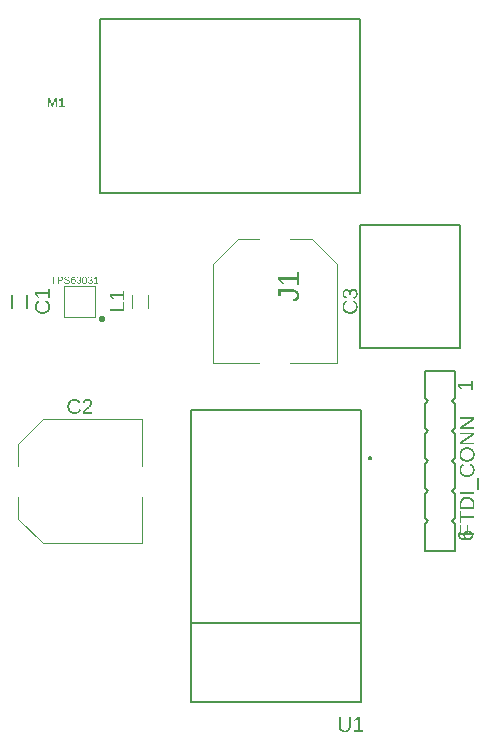
<source format=gbr>
G04 EAGLE Gerber RS-274X export*
G75*
%MOMM*%
%FSLAX34Y34*%
%LPD*%
%INSilkscreen Top*%
%IPPOS*%
%AMOC8*
5,1,8,0,0,1.08239X$1,22.5*%
G01*
G04 Define Apertures*
%ADD10C,0.120000*%
%ADD11C,0.080000*%
%ADD12C,0.565681*%
%ADD13C,0.127000*%
%ADD14C,0.152400*%
%ADD15C,0.200000*%
G36*
X126564Y229960D02*
X125224Y229960D01*
X125224Y233104D01*
X115730Y233104D01*
X117718Y230319D01*
X116229Y230319D01*
X114223Y233235D01*
X114223Y234689D01*
X125224Y234689D01*
X125224Y237693D01*
X126564Y237693D01*
X126564Y229960D01*
G37*
G36*
X126564Y220096D02*
X114223Y220096D01*
X114223Y221769D01*
X125198Y221769D01*
X125198Y228005D01*
X126564Y228005D01*
X126564Y220096D01*
G37*
G36*
X92899Y243440D02*
X92651Y243452D01*
X92419Y243489D01*
X92203Y243550D01*
X92003Y243635D01*
X91819Y243745D01*
X91650Y243878D01*
X91498Y244037D01*
X91362Y244219D01*
X91241Y244425D01*
X91137Y244654D01*
X91048Y244904D01*
X90976Y245177D01*
X90920Y245473D01*
X90880Y245791D01*
X90856Y246131D01*
X90848Y246493D01*
X90856Y246864D01*
X90879Y247210D01*
X90918Y247532D01*
X90973Y247831D01*
X91043Y248105D01*
X91129Y248355D01*
X91230Y248582D01*
X91347Y248785D01*
X91481Y248963D01*
X91633Y249118D01*
X91803Y249249D01*
X91991Y249356D01*
X92197Y249440D01*
X92421Y249499D01*
X92664Y249535D01*
X92924Y249547D01*
X93178Y249535D01*
X93414Y249499D01*
X93633Y249438D01*
X93835Y249354D01*
X94020Y249246D01*
X94188Y249113D01*
X94338Y248957D01*
X94472Y248776D01*
X94589Y248572D01*
X94690Y248344D01*
X94776Y248094D01*
X94846Y247820D01*
X94901Y247523D01*
X94940Y247203D01*
X94963Y246860D01*
X94971Y246493D01*
X94963Y246133D01*
X94938Y245794D01*
X94897Y245477D01*
X94840Y245183D01*
X94766Y244910D01*
X94676Y244659D01*
X94569Y244430D01*
X94446Y244224D01*
X94308Y244040D01*
X94153Y243881D01*
X93983Y243746D01*
X93797Y243636D01*
X93596Y243550D01*
X93379Y243489D01*
X93147Y243452D01*
X92899Y243440D01*
G37*
%LPC*%
G36*
X92907Y244059D02*
X93069Y244069D01*
X93220Y244097D01*
X93359Y244143D01*
X93487Y244209D01*
X93604Y244293D01*
X93710Y244396D01*
X93805Y244517D01*
X93888Y244657D01*
X93961Y244817D01*
X94025Y244996D01*
X94122Y245415D01*
X94181Y245914D01*
X94200Y246493D01*
X94182Y247092D01*
X94126Y247601D01*
X94033Y248022D01*
X93973Y248200D01*
X93903Y248355D01*
X93823Y248490D01*
X93731Y248607D01*
X93626Y248707D01*
X93510Y248788D01*
X93382Y248851D01*
X93241Y248896D01*
X93089Y248923D01*
X92924Y248932D01*
X92755Y248923D01*
X92599Y248896D01*
X92455Y248852D01*
X92323Y248790D01*
X92204Y248710D01*
X92097Y248612D01*
X92002Y248497D01*
X91920Y248363D01*
X91848Y248210D01*
X91786Y248033D01*
X91734Y247834D01*
X91691Y247612D01*
X91633Y247098D01*
X91614Y246493D01*
X91634Y245904D01*
X91692Y245400D01*
X91735Y245179D01*
X91788Y244980D01*
X91851Y244802D01*
X91924Y244645D01*
X92007Y244507D01*
X92101Y244389D01*
X92207Y244288D01*
X92324Y244206D01*
X92453Y244142D01*
X92593Y244096D01*
X92744Y244068D01*
X92907Y244059D01*
G37*
%LPD*%
G36*
X70929Y243524D02*
X70125Y243524D01*
X70125Y249458D01*
X72622Y249458D01*
X72865Y249451D01*
X73093Y249429D01*
X73307Y249393D01*
X73507Y249341D01*
X73694Y249276D01*
X73866Y249195D01*
X74024Y249100D01*
X74168Y248991D01*
X74296Y248868D01*
X74407Y248733D01*
X74501Y248586D01*
X74578Y248428D01*
X74638Y248257D01*
X74681Y248074D01*
X74707Y247879D01*
X74715Y247673D01*
X74707Y247468D01*
X74681Y247273D01*
X74638Y247090D01*
X74578Y246917D01*
X74500Y246755D01*
X74406Y246604D01*
X74294Y246463D01*
X74166Y246333D01*
X74022Y246217D01*
X73866Y246116D01*
X73698Y246031D01*
X73517Y245961D01*
X73325Y245906D01*
X73120Y245868D01*
X72902Y245844D01*
X72673Y245837D01*
X70929Y245837D01*
X70929Y243524D01*
G37*
%LPC*%
G36*
X72559Y246472D02*
X72875Y246491D01*
X73148Y246547D01*
X73380Y246640D01*
X73570Y246770D01*
X73717Y246938D01*
X73822Y247143D01*
X73885Y247385D01*
X73907Y247664D01*
X73885Y247934D01*
X73820Y248167D01*
X73712Y248365D01*
X73561Y248527D01*
X73367Y248652D01*
X73129Y248742D01*
X72849Y248796D01*
X72525Y248814D01*
X70929Y248814D01*
X70929Y246472D01*
X72559Y246472D01*
G37*
%LPD*%
G36*
X83419Y243440D02*
X83176Y243452D01*
X82947Y243487D01*
X82733Y243545D01*
X82534Y243627D01*
X82350Y243731D01*
X82181Y243860D01*
X82026Y244011D01*
X81886Y244186D01*
X81761Y244383D01*
X81654Y244601D01*
X81562Y244840D01*
X81488Y245101D01*
X81430Y245382D01*
X81388Y245685D01*
X81363Y246009D01*
X81355Y246355D01*
X81364Y246729D01*
X81390Y247080D01*
X81433Y247410D01*
X81493Y247717D01*
X81571Y248002D01*
X81665Y248264D01*
X81778Y248504D01*
X81907Y248721D01*
X82052Y248915D01*
X82212Y249082D01*
X82386Y249224D01*
X82575Y249340D01*
X82779Y249431D01*
X82997Y249495D01*
X83230Y249534D01*
X83478Y249547D01*
X83798Y249528D01*
X84087Y249471D01*
X84345Y249377D01*
X84573Y249245D01*
X84769Y249075D01*
X84934Y248867D01*
X85068Y248621D01*
X85171Y248338D01*
X84446Y248208D01*
X84382Y248377D01*
X84302Y248524D01*
X84204Y248649D01*
X84090Y248751D01*
X83960Y248830D01*
X83813Y248887D01*
X83649Y248921D01*
X83469Y248932D01*
X83312Y248922D01*
X83163Y248894D01*
X83024Y248847D01*
X82894Y248781D01*
X82773Y248696D01*
X82661Y248592D01*
X82558Y248469D01*
X82465Y248328D01*
X82381Y248168D01*
X82309Y247992D01*
X82248Y247798D01*
X82198Y247588D01*
X82159Y247361D01*
X82131Y247117D01*
X82109Y246578D01*
X82223Y246758D01*
X82357Y246915D01*
X82513Y247050D01*
X82690Y247161D01*
X82884Y247249D01*
X83092Y247311D01*
X83314Y247349D01*
X83549Y247361D01*
X83749Y247353D01*
X83939Y247329D01*
X84118Y247289D01*
X84286Y247233D01*
X84443Y247160D01*
X84590Y247072D01*
X84727Y246968D01*
X84853Y246847D01*
X84966Y246713D01*
X85064Y246568D01*
X85147Y246412D01*
X85214Y246245D01*
X85267Y246067D01*
X85305Y245878D01*
X85327Y245677D01*
X85335Y245466D01*
X85327Y245237D01*
X85303Y245021D01*
X85263Y244817D01*
X85208Y244626D01*
X85136Y244447D01*
X85048Y244280D01*
X84945Y244125D01*
X84825Y243983D01*
X84692Y243856D01*
X84546Y243746D01*
X84389Y243652D01*
X84219Y243576D01*
X84037Y243517D01*
X83843Y243474D01*
X83637Y243449D01*
X83419Y243440D01*
G37*
%LPC*%
G36*
X83393Y244051D02*
X83652Y244074D01*
X83882Y244143D01*
X84082Y244258D01*
X84253Y244419D01*
X84389Y244621D01*
X84486Y244857D01*
X84545Y245127D01*
X84564Y245432D01*
X84544Y245736D01*
X84485Y246003D01*
X84387Y246233D01*
X84248Y246426D01*
X84075Y246579D01*
X83870Y246688D01*
X83635Y246754D01*
X83368Y246776D01*
X83116Y246756D01*
X82889Y246698D01*
X82687Y246602D01*
X82511Y246466D01*
X82368Y246297D01*
X82266Y246098D01*
X82205Y245870D01*
X82185Y245613D01*
X82206Y245286D01*
X82270Y244989D01*
X82375Y244723D01*
X82524Y244489D01*
X82705Y244297D01*
X82911Y244160D01*
X83140Y244078D01*
X83264Y244058D01*
X83393Y244051D01*
G37*
%LPD*%
G36*
X78073Y243440D02*
X77809Y243446D01*
X77559Y243464D01*
X77324Y243493D01*
X77103Y243534D01*
X76896Y243587D01*
X76703Y243652D01*
X76524Y243729D01*
X76360Y243817D01*
X76210Y243917D01*
X76074Y244029D01*
X75953Y244153D01*
X75845Y244288D01*
X75752Y244436D01*
X75674Y244595D01*
X75609Y244765D01*
X75559Y244948D01*
X76338Y245104D01*
X76424Y244854D01*
X76548Y244640D01*
X76711Y244461D01*
X76911Y244318D01*
X77149Y244209D01*
X77428Y244130D01*
X77745Y244083D01*
X78102Y244068D01*
X78470Y244084D01*
X78793Y244135D01*
X79071Y244218D01*
X79305Y244335D01*
X79490Y244485D01*
X79622Y244665D01*
X79669Y244767D01*
X79702Y244877D01*
X79721Y244995D01*
X79728Y245121D01*
X79720Y245259D01*
X79695Y245384D01*
X79653Y245495D01*
X79595Y245592D01*
X79436Y245758D01*
X79223Y245891D01*
X78960Y246000D01*
X78650Y246089D01*
X77913Y246262D01*
X77294Y246418D01*
X76845Y246574D01*
X76520Y246738D01*
X76271Y246921D01*
X76085Y247129D01*
X75948Y247369D01*
X75900Y247503D01*
X75865Y247645D01*
X75844Y247797D01*
X75837Y247959D01*
X75846Y248144D01*
X75873Y248318D01*
X75919Y248482D01*
X75983Y248634D01*
X76065Y248775D01*
X76165Y248906D01*
X76283Y249025D01*
X76420Y249134D01*
X76574Y249231D01*
X76743Y249315D01*
X76928Y249386D01*
X77129Y249444D01*
X77346Y249489D01*
X77578Y249521D01*
X77826Y249540D01*
X78090Y249547D01*
X78565Y249527D01*
X78982Y249469D01*
X79338Y249373D01*
X79635Y249237D01*
X79764Y249153D01*
X79883Y249055D01*
X80090Y248819D01*
X80258Y248528D01*
X80385Y248182D01*
X79593Y248043D01*
X79513Y248263D01*
X79404Y248450D01*
X79265Y248605D01*
X79096Y248728D01*
X78896Y248821D01*
X78659Y248887D01*
X78388Y248927D01*
X78081Y248940D01*
X77747Y248926D01*
X77454Y248881D01*
X77203Y248808D01*
X76995Y248704D01*
X76831Y248572D01*
X76714Y248411D01*
X76643Y248220D01*
X76620Y248001D01*
X76629Y247870D01*
X76656Y247751D01*
X76702Y247644D01*
X76765Y247548D01*
X76943Y247383D01*
X77184Y247245D01*
X77355Y247180D01*
X77594Y247107D01*
X78275Y246940D01*
X78821Y246811D01*
X79086Y246740D01*
X79341Y246656D01*
X79581Y246557D01*
X79806Y246443D01*
X80009Y246307D01*
X80183Y246144D01*
X80326Y245951D01*
X80434Y245727D01*
X80501Y245466D01*
X80524Y245163D01*
X80514Y244963D01*
X80484Y244775D01*
X80434Y244599D01*
X80363Y244434D01*
X80273Y244281D01*
X80163Y244139D01*
X80032Y244009D01*
X79882Y243891D01*
X79713Y243785D01*
X79528Y243694D01*
X79326Y243616D01*
X79108Y243553D01*
X78874Y243504D01*
X78624Y243468D01*
X78356Y243447D01*
X78073Y243440D01*
G37*
G36*
X88134Y243440D02*
X87915Y243447D01*
X87706Y243466D01*
X87510Y243497D01*
X87324Y243542D01*
X87150Y243599D01*
X86987Y243669D01*
X86836Y243751D01*
X86696Y243847D01*
X86569Y243954D01*
X86455Y244074D01*
X86355Y244206D01*
X86268Y244350D01*
X86195Y244507D01*
X86136Y244675D01*
X86090Y244856D01*
X86058Y245049D01*
X86841Y245121D01*
X86895Y244874D01*
X86979Y244660D01*
X87094Y244479D01*
X87240Y244331D01*
X87418Y244216D01*
X87626Y244134D01*
X87864Y244084D01*
X88134Y244068D01*
X88405Y244085D01*
X88646Y244138D01*
X88855Y244226D01*
X89033Y244350D01*
X89176Y244508D01*
X89278Y244700D01*
X89339Y244927D01*
X89360Y245188D01*
X89337Y245417D01*
X89267Y245619D01*
X89150Y245795D01*
X88987Y245944D01*
X88780Y246063D01*
X88532Y246148D01*
X88242Y246199D01*
X87911Y246216D01*
X87482Y246216D01*
X87482Y246873D01*
X87894Y246873D01*
X88188Y246889D01*
X88448Y246940D01*
X88672Y247025D01*
X88861Y247144D01*
X89011Y247293D01*
X89118Y247468D01*
X89183Y247669D01*
X89204Y247896D01*
X89187Y248121D01*
X89134Y248322D01*
X89047Y248497D01*
X88924Y248648D01*
X88767Y248768D01*
X88576Y248855D01*
X88351Y248906D01*
X88092Y248923D01*
X87854Y248907D01*
X87639Y248859D01*
X87448Y248779D01*
X87282Y248667D01*
X87143Y248525D01*
X87037Y248357D01*
X86963Y248163D01*
X86921Y247942D01*
X86159Y248001D01*
X86187Y248178D01*
X86229Y248345D01*
X86284Y248503D01*
X86352Y248650D01*
X86435Y248787D01*
X86531Y248914D01*
X86640Y249031D01*
X86764Y249138D01*
X87042Y249317D01*
X87195Y249387D01*
X87358Y249445D01*
X87530Y249489D01*
X87711Y249521D01*
X87901Y249540D01*
X88101Y249547D01*
X88318Y249540D01*
X88522Y249521D01*
X88714Y249488D01*
X88894Y249443D01*
X89061Y249385D01*
X89216Y249313D01*
X89358Y249229D01*
X89488Y249132D01*
X89604Y249023D01*
X89705Y248904D01*
X89790Y248775D01*
X89859Y248636D01*
X89914Y248486D01*
X89952Y248326D01*
X89975Y248156D01*
X89983Y247976D01*
X89963Y247705D01*
X89904Y247461D01*
X89804Y247243D01*
X89665Y247052D01*
X89488Y246888D01*
X89275Y246753D01*
X89026Y246647D01*
X88741Y246569D01*
X88741Y246552D01*
X89055Y246498D01*
X89332Y246405D01*
X89573Y246274D01*
X89777Y246106D01*
X89939Y245907D01*
X90055Y245683D01*
X90124Y245435D01*
X90147Y245163D01*
X90139Y244963D01*
X90115Y244775D01*
X90074Y244599D01*
X90017Y244434D01*
X89943Y244281D01*
X89854Y244139D01*
X89748Y244009D01*
X89625Y243891D01*
X89488Y243785D01*
X89336Y243694D01*
X89171Y243616D01*
X88991Y243553D01*
X88798Y243504D01*
X88591Y243468D01*
X88370Y243447D01*
X88134Y243440D01*
G37*
G36*
X97728Y243440D02*
X97508Y243447D01*
X97300Y243466D01*
X97103Y243497D01*
X96918Y243542D01*
X96744Y243599D01*
X96581Y243669D01*
X96430Y243751D01*
X96290Y243847D01*
X96162Y243954D01*
X96049Y244074D01*
X95948Y244206D01*
X95862Y244350D01*
X95789Y244507D01*
X95730Y244675D01*
X95684Y244856D01*
X95652Y245049D01*
X96435Y245121D01*
X96489Y244874D01*
X96573Y244660D01*
X96688Y244479D01*
X96834Y244331D01*
X97011Y244216D01*
X97219Y244134D01*
X97458Y244084D01*
X97728Y244068D01*
X97999Y244085D01*
X98239Y244138D01*
X98449Y244226D01*
X98627Y244350D01*
X98770Y244508D01*
X98872Y244700D01*
X98933Y244927D01*
X98954Y245188D01*
X98930Y245417D01*
X98860Y245619D01*
X98744Y245795D01*
X98581Y245944D01*
X98374Y246063D01*
X98126Y246148D01*
X97836Y246199D01*
X97505Y246216D01*
X97075Y246216D01*
X97075Y246873D01*
X97488Y246873D01*
X97782Y246889D01*
X98041Y246940D01*
X98265Y247025D01*
X98455Y247144D01*
X98605Y247293D01*
X98712Y247468D01*
X98776Y247669D01*
X98798Y247896D01*
X98780Y248121D01*
X98728Y248322D01*
X98640Y248497D01*
X98518Y248648D01*
X98361Y248768D01*
X98170Y248855D01*
X97945Y248906D01*
X97686Y248923D01*
X97447Y248907D01*
X97233Y248859D01*
X97042Y248779D01*
X96875Y248667D01*
X96737Y248525D01*
X96630Y248357D01*
X96557Y248163D01*
X96515Y247942D01*
X95753Y248001D01*
X95781Y248178D01*
X95822Y248345D01*
X95877Y248503D01*
X95946Y248650D01*
X96028Y248787D01*
X96124Y248914D01*
X96234Y249031D01*
X96357Y249138D01*
X96636Y249317D01*
X96789Y249387D01*
X96952Y249445D01*
X97123Y249489D01*
X97304Y249521D01*
X97495Y249540D01*
X97694Y249547D01*
X97911Y249540D01*
X98116Y249521D01*
X98308Y249488D01*
X98488Y249443D01*
X98655Y249385D01*
X98810Y249313D01*
X98952Y249229D01*
X99082Y249132D01*
X99198Y249023D01*
X99299Y248904D01*
X99384Y248775D01*
X99453Y248636D01*
X99507Y248486D01*
X99546Y248326D01*
X99569Y248156D01*
X99577Y247976D01*
X99557Y247705D01*
X99497Y247461D01*
X99398Y247243D01*
X99259Y247052D01*
X99082Y246888D01*
X98869Y246753D01*
X98620Y246647D01*
X98335Y246569D01*
X98335Y246552D01*
X98649Y246498D01*
X98926Y246405D01*
X99167Y246274D01*
X99371Y246106D01*
X99533Y245907D01*
X99649Y245683D01*
X99718Y245435D01*
X99741Y245163D01*
X99733Y244963D01*
X99709Y244775D01*
X99668Y244599D01*
X99611Y244434D01*
X99537Y244281D01*
X99447Y244139D01*
X99341Y244009D01*
X99219Y243891D01*
X99081Y243785D01*
X98930Y243694D01*
X98765Y243616D01*
X98585Y243553D01*
X98392Y243504D01*
X98185Y243468D01*
X97963Y243447D01*
X97728Y243440D01*
G37*
G36*
X67199Y243524D02*
X66399Y243524D01*
X66399Y248801D01*
X64361Y248801D01*
X64361Y249458D01*
X69238Y249458D01*
X69238Y248801D01*
X67199Y248801D01*
X67199Y243524D01*
G37*
G36*
X104480Y243524D02*
X100762Y243524D01*
X100762Y244169D01*
X102274Y244169D01*
X102274Y248734D01*
X100934Y247778D01*
X100934Y248494D01*
X102337Y249458D01*
X103036Y249458D01*
X103036Y244169D01*
X104480Y244169D01*
X104480Y243524D01*
G37*
G36*
X57273Y218046D02*
X56909Y218053D01*
X56555Y218071D01*
X56211Y218102D01*
X55877Y218146D01*
X55553Y218202D01*
X55239Y218270D01*
X54935Y218351D01*
X54641Y218445D01*
X54357Y218551D01*
X54083Y218669D01*
X53565Y218943D01*
X53086Y219267D01*
X52648Y219640D01*
X52256Y220058D01*
X51916Y220514D01*
X51766Y220756D01*
X51629Y221008D01*
X51505Y221270D01*
X51394Y221541D01*
X51296Y221822D01*
X51211Y222112D01*
X51139Y222412D01*
X51080Y222721D01*
X51034Y223040D01*
X51001Y223369D01*
X50982Y223707D01*
X50975Y224055D01*
X50987Y224537D01*
X51023Y224999D01*
X51084Y225442D01*
X51168Y225863D01*
X51276Y226265D01*
X51409Y226646D01*
X51565Y227007D01*
X51746Y227348D01*
X51950Y227668D01*
X52178Y227965D01*
X52429Y228241D01*
X52703Y228495D01*
X53000Y228727D01*
X53321Y228938D01*
X53665Y229126D01*
X54032Y229292D01*
X54558Y227707D01*
X54296Y227592D01*
X54051Y227460D01*
X53821Y227312D01*
X53607Y227148D01*
X53409Y226967D01*
X53227Y226770D01*
X53061Y226557D01*
X52911Y226327D01*
X52778Y226084D01*
X52662Y225830D01*
X52564Y225565D01*
X52484Y225289D01*
X52422Y225001D01*
X52377Y224703D01*
X52351Y224393D01*
X52342Y224072D01*
X52362Y223574D01*
X52424Y223104D01*
X52527Y222663D01*
X52671Y222250D01*
X52857Y221866D01*
X53083Y221510D01*
X53351Y221183D01*
X53660Y220884D01*
X54005Y220617D01*
X54380Y220386D01*
X54786Y220190D01*
X55222Y220030D01*
X55689Y219906D01*
X56186Y219817D01*
X56714Y219763D01*
X57273Y219745D01*
X57826Y219764D01*
X58351Y219820D01*
X58849Y219912D01*
X59319Y220042D01*
X59761Y220209D01*
X60175Y220413D01*
X60562Y220654D01*
X60921Y220932D01*
X61244Y221242D01*
X61524Y221578D01*
X61761Y221940D01*
X61955Y222328D01*
X62106Y222742D01*
X62214Y223183D01*
X62279Y223650D01*
X62300Y224142D01*
X62290Y224461D01*
X62260Y224770D01*
X62210Y225069D01*
X62140Y225358D01*
X62049Y225637D01*
X61939Y225906D01*
X61809Y226164D01*
X61659Y226413D01*
X61488Y226651D01*
X61298Y226880D01*
X61087Y227098D01*
X60857Y227307D01*
X60606Y227505D01*
X60335Y227693D01*
X60045Y227872D01*
X59734Y228040D01*
X60417Y229406D01*
X60804Y229206D01*
X61166Y228987D01*
X61505Y228748D01*
X61821Y228490D01*
X62112Y228212D01*
X62379Y227916D01*
X62623Y227600D01*
X62843Y227265D01*
X63038Y226913D01*
X63207Y226547D01*
X63350Y226168D01*
X63467Y225775D01*
X63558Y225368D01*
X63623Y224947D01*
X63662Y224512D01*
X63675Y224063D01*
X63663Y223605D01*
X63627Y223162D01*
X63566Y222735D01*
X63481Y222324D01*
X63372Y221928D01*
X63239Y221548D01*
X63082Y221184D01*
X62900Y220836D01*
X62696Y220506D01*
X62471Y220195D01*
X62225Y219906D01*
X61959Y219636D01*
X61671Y219387D01*
X61363Y219158D01*
X61034Y218949D01*
X60684Y218760D01*
X60316Y218593D01*
X59931Y218448D01*
X59529Y218325D01*
X59111Y218225D01*
X58676Y218147D01*
X58225Y218091D01*
X57757Y218057D01*
X57273Y218046D01*
G37*
G36*
X63500Y231439D02*
X62160Y231439D01*
X62160Y234584D01*
X52666Y234584D01*
X54654Y231798D01*
X53165Y231798D01*
X51159Y234715D01*
X51159Y236169D01*
X62160Y236169D01*
X62160Y239173D01*
X63500Y239173D01*
X63500Y231439D01*
G37*
G36*
X84363Y133175D02*
X83905Y133187D01*
X83462Y133223D01*
X83035Y133284D01*
X82624Y133369D01*
X82228Y133478D01*
X81848Y133611D01*
X81484Y133768D01*
X81136Y133950D01*
X80806Y134154D01*
X80495Y134379D01*
X80206Y134625D01*
X79936Y134892D01*
X79687Y135179D01*
X79458Y135487D01*
X79249Y135816D01*
X79060Y136166D01*
X78893Y136534D01*
X78748Y136919D01*
X78625Y137321D01*
X78525Y137739D01*
X78447Y138174D01*
X78391Y138625D01*
X78357Y139093D01*
X78346Y139577D01*
X78353Y139941D01*
X78371Y140295D01*
X78402Y140639D01*
X78446Y140973D01*
X78502Y141297D01*
X78570Y141611D01*
X78651Y141915D01*
X78745Y142209D01*
X78851Y142493D01*
X78969Y142767D01*
X79243Y143285D01*
X79567Y143764D01*
X79940Y144202D01*
X80358Y144594D01*
X80814Y144934D01*
X81056Y145084D01*
X81308Y145221D01*
X81570Y145345D01*
X81841Y145456D01*
X82122Y145555D01*
X82412Y145639D01*
X82712Y145711D01*
X83021Y145770D01*
X83340Y145816D01*
X83669Y145849D01*
X84007Y145868D01*
X84355Y145875D01*
X84837Y145863D01*
X85299Y145827D01*
X85742Y145766D01*
X86163Y145682D01*
X86565Y145574D01*
X86946Y145441D01*
X87307Y145285D01*
X87648Y145104D01*
X87968Y144900D01*
X88265Y144672D01*
X88541Y144421D01*
X88795Y144147D01*
X89027Y143850D01*
X89238Y143529D01*
X89426Y143185D01*
X89592Y142818D01*
X88007Y142292D01*
X87892Y142554D01*
X87760Y142799D01*
X87612Y143029D01*
X87448Y143243D01*
X87267Y143441D01*
X87070Y143623D01*
X86857Y143789D01*
X86627Y143939D01*
X86384Y144073D01*
X86130Y144188D01*
X85865Y144286D01*
X85589Y144366D01*
X85301Y144428D01*
X85003Y144473D01*
X84693Y144499D01*
X84372Y144508D01*
X83874Y144488D01*
X83404Y144426D01*
X82963Y144323D01*
X82550Y144179D01*
X82166Y143993D01*
X81810Y143767D01*
X81483Y143499D01*
X81184Y143190D01*
X80917Y142845D01*
X80686Y142470D01*
X80490Y142064D01*
X80330Y141628D01*
X80206Y141161D01*
X80117Y140664D01*
X80063Y140136D01*
X80045Y139577D01*
X80064Y139024D01*
X80120Y138499D01*
X80212Y138001D01*
X80342Y137531D01*
X80509Y137089D01*
X80713Y136675D01*
X80954Y136288D01*
X81232Y135929D01*
X81542Y135606D01*
X81878Y135326D01*
X82240Y135089D01*
X82628Y134895D01*
X83042Y134744D01*
X83483Y134636D01*
X83950Y134571D01*
X84442Y134550D01*
X84761Y134560D01*
X85070Y134590D01*
X85369Y134640D01*
X85658Y134710D01*
X85937Y134801D01*
X86206Y134911D01*
X86464Y135041D01*
X86713Y135191D01*
X86951Y135362D01*
X87180Y135552D01*
X87398Y135763D01*
X87607Y135993D01*
X87805Y136244D01*
X87993Y136515D01*
X88172Y136805D01*
X88340Y137116D01*
X89706Y136433D01*
X89506Y136046D01*
X89287Y135684D01*
X89048Y135345D01*
X88790Y135029D01*
X88512Y134738D01*
X88216Y134471D01*
X87900Y134227D01*
X87565Y134007D01*
X87213Y133812D01*
X86847Y133643D01*
X86468Y133500D01*
X86075Y133383D01*
X85668Y133292D01*
X85247Y133227D01*
X84812Y133188D01*
X84363Y133175D01*
G37*
G36*
X99447Y133350D02*
X91275Y133350D01*
X91275Y134462D01*
X91511Y134960D01*
X91771Y135427D01*
X92056Y135864D01*
X92365Y136271D01*
X92691Y136654D01*
X93026Y137018D01*
X93368Y137363D01*
X93719Y137690D01*
X94425Y138302D01*
X95124Y138868D01*
X95787Y139411D01*
X96381Y139954D01*
X96648Y140229D01*
X96888Y140510D01*
X97101Y140798D01*
X97288Y141093D01*
X97439Y141400D01*
X97547Y141728D01*
X97612Y142075D01*
X97634Y142441D01*
X97624Y142688D01*
X97597Y142921D01*
X97550Y143139D01*
X97485Y143343D01*
X97401Y143533D01*
X97299Y143709D01*
X97178Y143871D01*
X97038Y144018D01*
X96882Y144149D01*
X96711Y144263D01*
X96526Y144359D01*
X96327Y144438D01*
X96112Y144500D01*
X95884Y144543D01*
X95640Y144570D01*
X95383Y144578D01*
X95137Y144570D01*
X94901Y144544D01*
X94677Y144501D01*
X94464Y144442D01*
X94262Y144365D01*
X94071Y144271D01*
X93892Y144159D01*
X93723Y144031D01*
X93568Y143887D01*
X93430Y143730D01*
X93309Y143558D01*
X93205Y143373D01*
X93118Y143174D01*
X93047Y142961D01*
X92994Y142734D01*
X92957Y142494D01*
X91345Y142643D01*
X91403Y143003D01*
X91489Y143345D01*
X91604Y143668D01*
X91747Y143972D01*
X91918Y144257D01*
X92118Y144523D01*
X92346Y144770D01*
X92602Y144999D01*
X92882Y145204D01*
X93181Y145382D01*
X93500Y145533D01*
X93838Y145656D01*
X94195Y145752D01*
X94572Y145820D01*
X94968Y145861D01*
X95383Y145875D01*
X95836Y145861D01*
X96262Y145820D01*
X96661Y145751D01*
X97033Y145655D01*
X97378Y145531D01*
X97696Y145380D01*
X97987Y145201D01*
X98251Y144994D01*
X98486Y144763D01*
X98690Y144508D01*
X98862Y144230D01*
X99003Y143929D01*
X99113Y143605D01*
X99191Y143258D01*
X99238Y142887D01*
X99254Y142494D01*
X99234Y142135D01*
X99172Y141778D01*
X99069Y141422D01*
X98926Y141066D01*
X98741Y140712D01*
X98517Y140357D01*
X98253Y140002D01*
X97949Y139647D01*
X97551Y139244D01*
X97005Y138743D01*
X96312Y138145D01*
X95470Y137449D01*
X94992Y137047D01*
X94566Y136666D01*
X94191Y136305D01*
X93868Y135964D01*
X93591Y135637D01*
X93355Y135315D01*
X93161Y135000D01*
X93009Y134690D01*
X99447Y134690D01*
X99447Y133350D01*
G37*
G36*
X274280Y242509D02*
X272403Y242509D01*
X272403Y246913D01*
X259104Y246913D01*
X261889Y243011D01*
X259804Y243011D01*
X256994Y247097D01*
X256994Y249133D01*
X272403Y249133D01*
X272403Y253341D01*
X274280Y253341D01*
X274280Y242509D01*
G37*
G36*
X269986Y228425D02*
X269606Y230719D01*
X269952Y230783D01*
X270278Y230864D01*
X270585Y230962D01*
X270873Y231078D01*
X271140Y231211D01*
X271389Y231361D01*
X271617Y231528D01*
X271826Y231713D01*
X272013Y231912D01*
X272175Y232124D01*
X272312Y232347D01*
X272424Y232584D01*
X272512Y232832D01*
X272574Y233093D01*
X272611Y233366D01*
X272624Y233651D01*
X272610Y233961D01*
X272569Y234255D01*
X272500Y234532D01*
X272405Y234792D01*
X272281Y235035D01*
X272130Y235261D01*
X271952Y235470D01*
X271747Y235663D01*
X271515Y235835D01*
X271257Y235985D01*
X270974Y236111D01*
X270666Y236215D01*
X270332Y236295D01*
X269972Y236353D01*
X269587Y236388D01*
X269177Y236399D01*
X258908Y236399D01*
X258908Y233074D01*
X256994Y233074D01*
X256994Y238730D01*
X269127Y238730D01*
X269739Y238709D01*
X270318Y238645D01*
X270863Y238538D01*
X271374Y238390D01*
X271852Y238198D01*
X272296Y237964D01*
X272707Y237687D01*
X273084Y237368D01*
X273422Y237012D01*
X273715Y236624D01*
X273962Y236205D01*
X274165Y235755D01*
X274323Y235273D01*
X274435Y234760D01*
X274503Y234215D01*
X274525Y233639D01*
X274508Y233104D01*
X274454Y232596D01*
X274366Y232117D01*
X274242Y231666D01*
X274082Y231242D01*
X273887Y230847D01*
X273657Y230479D01*
X273391Y230139D01*
X273089Y229827D01*
X272752Y229543D01*
X272380Y229287D01*
X271972Y229059D01*
X271529Y228859D01*
X271050Y228686D01*
X270536Y228541D01*
X269986Y228425D01*
G37*
G36*
X317623Y218046D02*
X317259Y218053D01*
X316905Y218071D01*
X316561Y218102D01*
X316227Y218146D01*
X315903Y218202D01*
X315589Y218270D01*
X315285Y218351D01*
X314991Y218445D01*
X314707Y218551D01*
X314433Y218669D01*
X313915Y218943D01*
X313436Y219267D01*
X312998Y219640D01*
X312606Y220058D01*
X312266Y220514D01*
X312116Y220756D01*
X311979Y221008D01*
X311855Y221270D01*
X311744Y221541D01*
X311646Y221822D01*
X311561Y222112D01*
X311489Y222412D01*
X311430Y222721D01*
X311384Y223040D01*
X311351Y223369D01*
X311332Y223707D01*
X311325Y224055D01*
X311337Y224537D01*
X311373Y224999D01*
X311434Y225442D01*
X311518Y225863D01*
X311626Y226265D01*
X311759Y226646D01*
X311915Y227007D01*
X312096Y227348D01*
X312300Y227668D01*
X312528Y227965D01*
X312779Y228241D01*
X313053Y228495D01*
X313350Y228727D01*
X313671Y228938D01*
X314015Y229126D01*
X314382Y229292D01*
X314908Y227707D01*
X314646Y227592D01*
X314401Y227460D01*
X314171Y227312D01*
X313957Y227148D01*
X313759Y226967D01*
X313577Y226770D01*
X313411Y226557D01*
X313261Y226327D01*
X313128Y226084D01*
X313012Y225830D01*
X312914Y225565D01*
X312834Y225289D01*
X312772Y225001D01*
X312727Y224703D01*
X312701Y224393D01*
X312692Y224072D01*
X312712Y223574D01*
X312774Y223104D01*
X312877Y222663D01*
X313021Y222250D01*
X313207Y221866D01*
X313433Y221510D01*
X313701Y221183D01*
X314010Y220884D01*
X314355Y220617D01*
X314730Y220386D01*
X315136Y220190D01*
X315572Y220030D01*
X316039Y219906D01*
X316536Y219817D01*
X317064Y219763D01*
X317623Y219745D01*
X318176Y219764D01*
X318701Y219820D01*
X319199Y219912D01*
X319669Y220042D01*
X320111Y220209D01*
X320525Y220413D01*
X320912Y220654D01*
X321271Y220932D01*
X321594Y221242D01*
X321874Y221578D01*
X322111Y221940D01*
X322305Y222328D01*
X322456Y222742D01*
X322564Y223183D01*
X322629Y223650D01*
X322650Y224142D01*
X322640Y224461D01*
X322610Y224770D01*
X322560Y225069D01*
X322490Y225358D01*
X322399Y225637D01*
X322289Y225906D01*
X322159Y226164D01*
X322009Y226413D01*
X321838Y226651D01*
X321648Y226880D01*
X321437Y227098D01*
X321207Y227307D01*
X320956Y227505D01*
X320685Y227693D01*
X320395Y227872D01*
X320084Y228040D01*
X320767Y229406D01*
X321154Y229206D01*
X321516Y228987D01*
X321855Y228748D01*
X322171Y228490D01*
X322462Y228212D01*
X322729Y227916D01*
X322973Y227600D01*
X323193Y227265D01*
X323388Y226913D01*
X323557Y226547D01*
X323700Y226168D01*
X323817Y225775D01*
X323908Y225368D01*
X323973Y224947D01*
X324012Y224512D01*
X324025Y224063D01*
X324013Y223605D01*
X323977Y223162D01*
X323916Y222735D01*
X323831Y222324D01*
X323722Y221928D01*
X323589Y221548D01*
X323432Y221184D01*
X323250Y220836D01*
X323046Y220506D01*
X322821Y220195D01*
X322575Y219906D01*
X322309Y219636D01*
X322021Y219387D01*
X321713Y219158D01*
X321384Y218949D01*
X321034Y218760D01*
X320666Y218593D01*
X320281Y218448D01*
X319879Y218325D01*
X319461Y218225D01*
X319026Y218147D01*
X318575Y218091D01*
X318107Y218057D01*
X317623Y218046D01*
G37*
G36*
X320679Y230756D02*
X320531Y232385D01*
X320796Y232433D01*
X321044Y232496D01*
X321275Y232576D01*
X321489Y232671D01*
X321685Y232783D01*
X321865Y232911D01*
X322027Y233055D01*
X322173Y233215D01*
X322301Y233391D01*
X322412Y233583D01*
X322506Y233792D01*
X322583Y234016D01*
X322643Y234256D01*
X322686Y234513D01*
X322712Y234785D01*
X322720Y235074D01*
X322711Y235364D01*
X322684Y235638D01*
X322638Y235895D01*
X322573Y236137D01*
X322491Y236363D01*
X322390Y236573D01*
X322271Y236766D01*
X322133Y236944D01*
X321978Y237103D01*
X321804Y237241D01*
X321613Y237358D01*
X321404Y237453D01*
X321177Y237527D01*
X320933Y237580D01*
X320671Y237612D01*
X320390Y237623D01*
X320146Y237611D01*
X319914Y237574D01*
X319697Y237514D01*
X319494Y237429D01*
X319304Y237320D01*
X319128Y237187D01*
X318966Y237029D01*
X318818Y236848D01*
X318686Y236643D01*
X318571Y236417D01*
X318474Y236170D01*
X318395Y235901D01*
X318333Y235610D01*
X318289Y235298D01*
X318262Y234965D01*
X318253Y234610D01*
X318253Y233716D01*
X316887Y233716D01*
X316887Y234575D01*
X316878Y234890D01*
X316852Y235187D01*
X316808Y235465D01*
X316746Y235725D01*
X316666Y235968D01*
X316569Y236192D01*
X316454Y236397D01*
X316322Y236585D01*
X316174Y236752D01*
X316013Y236897D01*
X315837Y237020D01*
X315649Y237120D01*
X315447Y237198D01*
X315231Y237254D01*
X315002Y237288D01*
X314759Y237299D01*
X314518Y237290D01*
X314290Y237262D01*
X314075Y237217D01*
X313873Y237153D01*
X313684Y237071D01*
X313508Y236971D01*
X313345Y236853D01*
X313195Y236716D01*
X313061Y236562D01*
X312944Y236390D01*
X312846Y236200D01*
X312765Y235993D01*
X312702Y235768D01*
X312657Y235525D01*
X312631Y235264D01*
X312622Y234986D01*
X312630Y234732D01*
X312655Y234490D01*
X312697Y234261D01*
X312755Y234044D01*
X312830Y233839D01*
X312922Y233647D01*
X313031Y233468D01*
X313156Y233300D01*
X313296Y233148D01*
X313450Y233012D01*
X313618Y232893D01*
X313800Y232791D01*
X313995Y232706D01*
X314204Y232638D01*
X314426Y232586D01*
X314662Y232552D01*
X314540Y230966D01*
X314171Y231024D01*
X313824Y231111D01*
X313497Y231225D01*
X313191Y231368D01*
X312906Y231539D01*
X312641Y231739D01*
X312398Y231967D01*
X312175Y232223D01*
X311976Y232503D01*
X311803Y232803D01*
X311657Y233121D01*
X311538Y233459D01*
X311445Y233816D01*
X311378Y234193D01*
X311339Y234589D01*
X311325Y235004D01*
X311339Y235455D01*
X311379Y235881D01*
X311447Y236280D01*
X311541Y236654D01*
X311662Y237002D01*
X311811Y237324D01*
X311986Y237620D01*
X312188Y237890D01*
X312414Y238131D01*
X312662Y238340D01*
X312931Y238517D01*
X313220Y238662D01*
X313532Y238774D01*
X313864Y238855D01*
X314217Y238903D01*
X314592Y238919D01*
X314881Y238909D01*
X315156Y238878D01*
X315417Y238826D01*
X315664Y238754D01*
X315897Y238661D01*
X316117Y238547D01*
X316323Y238413D01*
X316515Y238258D01*
X316692Y238083D01*
X316855Y237890D01*
X317003Y237677D01*
X317136Y237447D01*
X317253Y237197D01*
X317356Y236928D01*
X317444Y236641D01*
X317518Y236335D01*
X317553Y236335D01*
X317600Y236672D01*
X317666Y236989D01*
X317753Y237287D01*
X317859Y237566D01*
X317985Y237826D01*
X318131Y238066D01*
X318296Y238288D01*
X318481Y238490D01*
X318682Y238671D01*
X318896Y238827D01*
X319122Y238960D01*
X319361Y239068D01*
X319613Y239152D01*
X319877Y239212D01*
X320154Y239249D01*
X320443Y239261D01*
X320858Y239244D01*
X321249Y239193D01*
X321616Y239108D01*
X321958Y238989D01*
X322277Y238836D01*
X322571Y238650D01*
X322842Y238429D01*
X323088Y238175D01*
X323308Y237889D01*
X323498Y237574D01*
X323659Y237229D01*
X323791Y236856D01*
X323893Y236454D01*
X323967Y236023D01*
X324011Y235563D01*
X324025Y235074D01*
X324012Y234617D01*
X323972Y234184D01*
X323906Y233775D01*
X323814Y233389D01*
X323695Y233027D01*
X323550Y232689D01*
X323378Y232374D01*
X323180Y232083D01*
X322956Y231818D01*
X322707Y231581D01*
X322432Y231373D01*
X322132Y231193D01*
X321807Y231041D01*
X321456Y230918D01*
X321081Y230823D01*
X320679Y230756D01*
G37*
G36*
X313073Y-136175D02*
X312701Y-136167D01*
X312340Y-136141D01*
X311991Y-136098D01*
X311654Y-136037D01*
X311330Y-135960D01*
X311017Y-135865D01*
X310717Y-135753D01*
X310428Y-135623D01*
X310154Y-135478D01*
X309895Y-135316D01*
X309652Y-135139D01*
X309425Y-134947D01*
X309214Y-134739D01*
X309019Y-134515D01*
X308840Y-134276D01*
X308677Y-134021D01*
X308531Y-133752D01*
X308404Y-133470D01*
X308298Y-133176D01*
X308210Y-132869D01*
X308142Y-132549D01*
X308094Y-132217D01*
X308064Y-131873D01*
X308055Y-131516D01*
X308055Y-123659D01*
X309728Y-123659D01*
X309728Y-131376D01*
X309741Y-131785D01*
X309781Y-132170D01*
X309848Y-132529D01*
X309942Y-132862D01*
X310063Y-133170D01*
X310210Y-133453D01*
X310385Y-133710D01*
X310586Y-133942D01*
X310812Y-134147D01*
X311063Y-134325D01*
X311337Y-134475D01*
X311635Y-134599D01*
X311956Y-134694D01*
X312302Y-134763D01*
X312671Y-134804D01*
X313065Y-134818D01*
X313469Y-134803D01*
X313850Y-134761D01*
X314209Y-134690D01*
X314544Y-134591D01*
X314856Y-134464D01*
X315144Y-134308D01*
X315410Y-134124D01*
X315653Y-133911D01*
X315869Y-133671D01*
X316057Y-133406D01*
X316216Y-133114D01*
X316346Y-132795D01*
X316447Y-132451D01*
X316519Y-132081D01*
X316562Y-131684D01*
X316577Y-131262D01*
X316577Y-123659D01*
X318241Y-123659D01*
X318241Y-131358D01*
X318231Y-131726D01*
X318201Y-132081D01*
X318152Y-132423D01*
X318082Y-132753D01*
X317993Y-133069D01*
X317884Y-133373D01*
X317755Y-133664D01*
X317606Y-133942D01*
X317439Y-134205D01*
X317256Y-134453D01*
X317056Y-134684D01*
X316839Y-134900D01*
X316607Y-135099D01*
X316358Y-135283D01*
X316092Y-135450D01*
X315810Y-135602D01*
X315514Y-135736D01*
X315204Y-135853D01*
X314881Y-135951D01*
X314546Y-136032D01*
X314197Y-136094D01*
X313836Y-136139D01*
X313461Y-136166D01*
X313073Y-136175D01*
G37*
G36*
X328708Y-136000D02*
X320975Y-136000D01*
X320975Y-134660D01*
X324119Y-134660D01*
X324119Y-125166D01*
X321334Y-127154D01*
X321334Y-125665D01*
X324250Y-123659D01*
X325704Y-123659D01*
X325704Y-134660D01*
X328708Y-134660D01*
X328708Y-136000D01*
G37*
G36*
X421640Y153697D02*
X420300Y153697D01*
X420300Y156841D01*
X410806Y156841D01*
X412794Y154056D01*
X411305Y154056D01*
X409299Y156972D01*
X409299Y158426D01*
X420300Y158426D01*
X420300Y161431D01*
X421640Y161431D01*
X421640Y153697D01*
G37*
G36*
X415754Y26241D02*
X414976Y26259D01*
X414245Y26313D01*
X413559Y26403D01*
X412921Y26528D01*
X412329Y26690D01*
X411783Y26887D01*
X411284Y27120D01*
X410832Y27389D01*
X410430Y27691D01*
X410081Y28023D01*
X409786Y28386D01*
X409544Y28779D01*
X409357Y29203D01*
X409283Y29426D01*
X409223Y29657D01*
X409176Y29895D01*
X409142Y30141D01*
X409122Y30394D01*
X409115Y30656D01*
X409125Y30997D01*
X409155Y31322D01*
X409204Y31631D01*
X409272Y31923D01*
X409361Y32200D01*
X409469Y32460D01*
X409596Y32705D01*
X409744Y32933D01*
X409911Y33145D01*
X410097Y33341D01*
X410303Y33520D01*
X410529Y33684D01*
X410775Y33831D01*
X411040Y33963D01*
X411325Y34078D01*
X411629Y34177D01*
X411901Y32670D01*
X411547Y32537D01*
X411241Y32369D01*
X410983Y32167D01*
X410771Y31930D01*
X410606Y31659D01*
X410488Y31353D01*
X410418Y31013D01*
X410394Y30638D01*
X410414Y30310D01*
X410473Y30002D01*
X410571Y29712D01*
X410708Y29441D01*
X410885Y29190D01*
X411101Y28957D01*
X411356Y28744D01*
X411651Y28549D01*
X411983Y28376D01*
X412350Y28225D01*
X412752Y28098D01*
X413189Y27994D01*
X413662Y27913D01*
X414169Y27855D01*
X414712Y27821D01*
X415290Y27809D01*
X414915Y28046D01*
X414588Y28326D01*
X414309Y28650D01*
X414077Y29018D01*
X413895Y29422D01*
X413765Y29854D01*
X413720Y30081D01*
X413687Y30315D01*
X413667Y30556D01*
X413661Y30805D01*
X413678Y31220D01*
X413728Y31614D01*
X413811Y31986D01*
X413928Y32336D01*
X414078Y32664D01*
X414262Y32970D01*
X414479Y33254D01*
X414730Y33515D01*
X415008Y33750D01*
X415310Y33954D01*
X415634Y34126D01*
X415982Y34267D01*
X416353Y34377D01*
X416746Y34455D01*
X417163Y34502D01*
X417602Y34518D01*
X418078Y34502D01*
X418527Y34452D01*
X418951Y34369D01*
X419350Y34253D01*
X419722Y34104D01*
X420069Y33922D01*
X420390Y33707D01*
X420685Y33458D01*
X420950Y33181D01*
X421180Y32878D01*
X421374Y32550D01*
X421533Y32197D01*
X421656Y31819D01*
X421745Y31415D01*
X421798Y30987D01*
X421815Y30533D01*
X421809Y30276D01*
X421791Y30027D01*
X421718Y29552D01*
X421597Y29108D01*
X421428Y28694D01*
X421210Y28311D01*
X420943Y27958D01*
X420628Y27636D01*
X420265Y27345D01*
X419855Y27086D01*
X419402Y26862D01*
X418904Y26672D01*
X418362Y26517D01*
X417776Y26397D01*
X417146Y26310D01*
X416472Y26259D01*
X415754Y26241D01*
G37*
%LPC*%
G36*
X417296Y27967D02*
X417645Y27978D01*
X417977Y28011D01*
X418294Y28066D01*
X418594Y28143D01*
X418878Y28242D01*
X419147Y28363D01*
X419399Y28507D01*
X419634Y28672D01*
X419848Y28854D01*
X420033Y29049D01*
X420189Y29257D01*
X420317Y29477D01*
X420417Y29709D01*
X420488Y29954D01*
X420531Y30211D01*
X420545Y30480D01*
X420533Y30757D01*
X420497Y31019D01*
X420437Y31265D01*
X420354Y31496D01*
X420246Y31712D01*
X420114Y31912D01*
X419958Y32098D01*
X419779Y32267D01*
X419578Y32419D01*
X419360Y32551D01*
X419123Y32662D01*
X418869Y32753D01*
X418597Y32824D01*
X418307Y32875D01*
X417998Y32905D01*
X417672Y32915D01*
X417347Y32905D01*
X417041Y32874D01*
X416754Y32823D01*
X416486Y32751D01*
X416237Y32659D01*
X416007Y32546D01*
X415797Y32412D01*
X415605Y32258D01*
X415435Y32086D01*
X415287Y31898D01*
X415162Y31693D01*
X415060Y31472D01*
X414981Y31235D01*
X414924Y30982D01*
X414890Y30713D01*
X414878Y30428D01*
X414888Y30159D01*
X414919Y29903D01*
X414969Y29660D01*
X415039Y29431D01*
X415130Y29214D01*
X415241Y29011D01*
X415371Y28822D01*
X415522Y28646D01*
X415691Y28486D01*
X415874Y28349D01*
X416073Y28232D01*
X416287Y28136D01*
X416517Y28062D01*
X416761Y28009D01*
X417021Y27977D01*
X417296Y27967D01*
G37*
%LPD*%
G36*
X416683Y92787D02*
X416318Y92793D01*
X415963Y92812D01*
X415618Y92844D01*
X415283Y92888D01*
X414959Y92945D01*
X414644Y93015D01*
X414340Y93097D01*
X414045Y93192D01*
X413761Y93300D01*
X413487Y93420D01*
X413223Y93553D01*
X412969Y93698D01*
X412491Y94027D01*
X412054Y94407D01*
X411663Y94832D01*
X411487Y95060D01*
X411324Y95297D01*
X411174Y95544D01*
X411037Y95801D01*
X410913Y96068D01*
X410802Y96345D01*
X410705Y96632D01*
X410620Y96929D01*
X410548Y97235D01*
X410490Y97552D01*
X410444Y97879D01*
X410411Y98215D01*
X410392Y98562D01*
X410385Y98918D01*
X410397Y99381D01*
X410432Y99828D01*
X410491Y100260D01*
X410573Y100676D01*
X410678Y101077D01*
X410807Y101462D01*
X410959Y101831D01*
X411134Y102185D01*
X411332Y102521D01*
X411551Y102836D01*
X411791Y103131D01*
X412053Y103406D01*
X412335Y103660D01*
X412639Y103894D01*
X412964Y104107D01*
X413311Y104300D01*
X413676Y104471D01*
X414057Y104620D01*
X414454Y104746D01*
X414867Y104849D01*
X415297Y104929D01*
X415743Y104986D01*
X416205Y105020D01*
X416683Y105031D01*
X417159Y105020D01*
X417620Y104985D01*
X418067Y104927D01*
X418498Y104846D01*
X418914Y104742D01*
X419315Y104615D01*
X419701Y104465D01*
X420072Y104291D01*
X420425Y104096D01*
X420757Y103881D01*
X421068Y103646D01*
X421358Y103390D01*
X421626Y103115D01*
X421874Y102819D01*
X422100Y102503D01*
X422306Y102167D01*
X422488Y101814D01*
X422647Y101444D01*
X422781Y101059D01*
X422890Y100659D01*
X422976Y100242D01*
X423036Y99811D01*
X423073Y99363D01*
X423085Y98900D01*
X423073Y98433D01*
X423037Y97983D01*
X422977Y97548D01*
X422893Y97130D01*
X422784Y96728D01*
X422652Y96343D01*
X422495Y95973D01*
X422314Y95620D01*
X422111Y95286D01*
X421886Y94971D01*
X421640Y94677D01*
X421372Y94404D01*
X421082Y94151D01*
X420772Y93918D01*
X420439Y93706D01*
X420085Y93514D01*
X419713Y93344D01*
X419326Y93196D01*
X418923Y93071D01*
X418506Y92969D01*
X418073Y92889D01*
X417625Y92832D01*
X417161Y92798D01*
X416683Y92787D01*
G37*
%LPC*%
G36*
X416683Y94486D02*
X417248Y94504D01*
X417783Y94559D01*
X418289Y94651D01*
X418764Y94778D01*
X419209Y94943D01*
X419625Y95144D01*
X420010Y95381D01*
X420366Y95655D01*
X420685Y95962D01*
X420962Y96297D01*
X421196Y96660D01*
X421387Y97051D01*
X421536Y97471D01*
X421643Y97919D01*
X421706Y98396D01*
X421728Y98900D01*
X421707Y99419D01*
X421645Y99907D01*
X421542Y100363D01*
X421398Y100789D01*
X421213Y101183D01*
X420986Y101547D01*
X420718Y101879D01*
X420409Y102180D01*
X420063Y102448D01*
X419682Y102681D01*
X419268Y102877D01*
X418819Y103038D01*
X418336Y103163D01*
X417819Y103252D01*
X417268Y103306D01*
X416683Y103323D01*
X416122Y103305D01*
X415593Y103251D01*
X415094Y103161D01*
X414627Y103036D01*
X414190Y102874D01*
X413784Y102676D01*
X413409Y102442D01*
X413065Y102172D01*
X412758Y101869D01*
X412491Y101536D01*
X412265Y101174D01*
X412080Y100782D01*
X411936Y100361D01*
X411834Y99910D01*
X411772Y99429D01*
X411752Y98918D01*
X411772Y98403D01*
X411833Y97918D01*
X411934Y97464D01*
X412076Y97039D01*
X412258Y96645D01*
X412481Y96280D01*
X412744Y95946D01*
X413048Y95642D01*
X413388Y95371D01*
X413761Y95136D01*
X414167Y94938D01*
X414605Y94775D01*
X415075Y94649D01*
X415579Y94558D01*
X416114Y94504D01*
X416683Y94486D01*
G37*
%LPD*%
G36*
X422910Y52565D02*
X410569Y52565D01*
X410569Y56647D01*
X410575Y57033D01*
X410594Y57408D01*
X410625Y57772D01*
X410668Y58125D01*
X410723Y58466D01*
X410790Y58797D01*
X410870Y59116D01*
X410962Y59424D01*
X411067Y59721D01*
X411183Y60007D01*
X411312Y60281D01*
X411454Y60544D01*
X411607Y60796D01*
X411773Y61037D01*
X411951Y61267D01*
X412141Y61486D01*
X412343Y61692D01*
X412555Y61885D01*
X412778Y62065D01*
X413010Y62231D01*
X413254Y62384D01*
X413507Y62524D01*
X413771Y62650D01*
X414045Y62763D01*
X414330Y62863D01*
X414625Y62950D01*
X414930Y63023D01*
X415246Y63083D01*
X415572Y63129D01*
X415909Y63163D01*
X416255Y63182D01*
X416613Y63189D01*
X417083Y63178D01*
X417537Y63143D01*
X417978Y63084D01*
X418403Y63003D01*
X418813Y62898D01*
X419208Y62770D01*
X419589Y62619D01*
X419954Y62445D01*
X420302Y62249D01*
X420628Y62034D01*
X420934Y61799D01*
X421219Y61545D01*
X421482Y61271D01*
X421725Y60978D01*
X421947Y60666D01*
X422148Y60334D01*
X422327Y59986D01*
X422481Y59624D01*
X422612Y59250D01*
X422720Y58862D01*
X422803Y58462D01*
X422862Y58048D01*
X422898Y57621D01*
X422910Y57181D01*
X422910Y52565D01*
G37*
%LPC*%
G36*
X421570Y54238D02*
X421570Y56988D01*
X421561Y57322D01*
X421533Y57646D01*
X421486Y57960D01*
X421421Y58264D01*
X421337Y58557D01*
X421235Y58840D01*
X421114Y59112D01*
X420974Y59375D01*
X420817Y59625D01*
X420644Y59860D01*
X420454Y60080D01*
X420247Y60285D01*
X420025Y60475D01*
X419785Y60650D01*
X419530Y60810D01*
X419258Y60956D01*
X418971Y61085D01*
X418672Y61197D01*
X418360Y61292D01*
X418036Y61370D01*
X417699Y61430D01*
X417349Y61473D01*
X416987Y61499D01*
X416613Y61508D01*
X416056Y61488D01*
X415533Y61429D01*
X415045Y61331D01*
X414591Y61193D01*
X414170Y61017D01*
X413784Y60801D01*
X413432Y60545D01*
X413114Y60251D01*
X412831Y59919D01*
X412587Y59552D01*
X412380Y59150D01*
X412210Y58712D01*
X412079Y58240D01*
X411985Y57732D01*
X411928Y57189D01*
X411909Y56611D01*
X411909Y54238D01*
X421570Y54238D01*
G37*
%LPD*%
G36*
X422910Y107378D02*
X410569Y107378D01*
X410569Y109322D01*
X421150Y115996D01*
X419669Y115917D01*
X418662Y115891D01*
X410569Y115891D01*
X410569Y117397D01*
X422910Y117397D01*
X422910Y115383D01*
X412400Y108779D01*
X413249Y108823D01*
X414712Y108866D01*
X422910Y108866D01*
X422910Y107378D01*
G37*
G36*
X422910Y120315D02*
X410569Y120315D01*
X410569Y122259D01*
X421150Y128933D01*
X419669Y128855D01*
X418662Y128828D01*
X410569Y128828D01*
X410569Y130335D01*
X422910Y130335D01*
X422910Y128320D01*
X412400Y121716D01*
X413249Y121760D01*
X414712Y121804D01*
X422910Y121804D01*
X422910Y120315D01*
G37*
G36*
X416683Y79911D02*
X416319Y79917D01*
X415965Y79936D01*
X415621Y79967D01*
X415287Y80010D01*
X414963Y80066D01*
X414649Y80135D01*
X414345Y80216D01*
X414051Y80309D01*
X413767Y80415D01*
X413493Y80533D01*
X412975Y80807D01*
X412496Y81131D01*
X412058Y81505D01*
X411666Y81922D01*
X411326Y82378D01*
X411176Y82621D01*
X411039Y82873D01*
X410915Y83134D01*
X410804Y83405D01*
X410706Y83686D01*
X410621Y83976D01*
X410549Y84276D01*
X410490Y84586D01*
X410444Y84905D01*
X410411Y85233D01*
X410392Y85571D01*
X410385Y85919D01*
X410397Y86402D01*
X410433Y86864D01*
X410494Y87306D01*
X410578Y87728D01*
X410686Y88129D01*
X410819Y88511D01*
X410975Y88872D01*
X411156Y89212D01*
X411360Y89532D01*
X411588Y89830D01*
X411839Y90106D01*
X412113Y90360D01*
X412410Y90592D01*
X412731Y90802D01*
X413075Y90990D01*
X413442Y91157D01*
X413968Y89571D01*
X413706Y89456D01*
X413461Y89324D01*
X413231Y89176D01*
X413017Y89012D01*
X412819Y88831D01*
X412637Y88635D01*
X412471Y88421D01*
X412321Y88192D01*
X412188Y87949D01*
X412072Y87695D01*
X411974Y87429D01*
X411894Y87153D01*
X411832Y86865D01*
X411787Y86567D01*
X411761Y86257D01*
X411752Y85937D01*
X411772Y85438D01*
X411834Y84969D01*
X411937Y84528D01*
X412081Y84115D01*
X412267Y83731D01*
X412493Y83375D01*
X412761Y83047D01*
X413070Y82749D01*
X413415Y82482D01*
X413790Y82250D01*
X414196Y82055D01*
X414632Y81895D01*
X415099Y81770D01*
X415596Y81681D01*
X416124Y81628D01*
X416683Y81610D01*
X417236Y81628D01*
X417761Y81684D01*
X418259Y81777D01*
X418729Y81907D01*
X419171Y82073D01*
X419585Y82277D01*
X419972Y82519D01*
X420331Y82797D01*
X420654Y83106D01*
X420934Y83442D01*
X421171Y83804D01*
X421365Y84193D01*
X421516Y84607D01*
X421624Y85047D01*
X421689Y85514D01*
X421710Y86007D01*
X421700Y86326D01*
X421670Y86635D01*
X421620Y86934D01*
X421550Y87222D01*
X421459Y87501D01*
X421349Y87770D01*
X421219Y88029D01*
X421069Y88277D01*
X420898Y88516D01*
X420708Y88744D01*
X420497Y88963D01*
X420267Y89171D01*
X420016Y89370D01*
X419745Y89558D01*
X419455Y89736D01*
X419144Y89904D01*
X419827Y91271D01*
X420214Y91070D01*
X420576Y90851D01*
X420915Y90612D01*
X421231Y90354D01*
X421522Y90077D01*
X421789Y89780D01*
X422033Y89464D01*
X422253Y89129D01*
X422448Y88777D01*
X422617Y88412D01*
X422760Y88032D01*
X422877Y87639D01*
X422968Y87232D01*
X423033Y86811D01*
X423072Y86376D01*
X423085Y85928D01*
X423073Y85469D01*
X423037Y85027D01*
X422976Y84599D01*
X422891Y84188D01*
X422782Y83793D01*
X422649Y83413D01*
X422492Y83049D01*
X422310Y82700D01*
X422106Y82370D01*
X421881Y82060D01*
X421635Y81770D01*
X421369Y81500D01*
X421081Y81251D01*
X420773Y81022D01*
X420444Y80813D01*
X420094Y80625D01*
X419726Y80457D01*
X419341Y80312D01*
X418939Y80190D01*
X418521Y80089D01*
X418086Y80011D01*
X417635Y79955D01*
X417167Y79922D01*
X416683Y79911D01*
G37*
G36*
X422910Y30659D02*
X410569Y30659D01*
X410569Y39426D01*
X411936Y39426D01*
X411936Y32332D01*
X416525Y32332D01*
X416525Y39216D01*
X417909Y39216D01*
X417909Y32332D01*
X422910Y32332D01*
X422910Y30659D01*
G37*
G36*
X411936Y40528D02*
X410569Y40528D01*
X410569Y50670D01*
X411936Y50670D01*
X411936Y46431D01*
X422910Y46431D01*
X422910Y44767D01*
X411936Y44767D01*
X411936Y40528D01*
G37*
G36*
X422910Y65686D02*
X410569Y65686D01*
X410569Y67359D01*
X422910Y67359D01*
X422910Y65686D01*
G37*
G36*
X426475Y68760D02*
X425336Y68760D01*
X425336Y79209D01*
X426475Y79209D01*
X426475Y68760D01*
G37*
G36*
X62793Y392900D02*
X61841Y392900D01*
X61841Y400790D01*
X63246Y400790D01*
X65346Y395319D01*
X65562Y394611D01*
X65699Y394065D01*
X65768Y394347D01*
X65887Y394745D01*
X66080Y395319D01*
X68141Y400790D01*
X69513Y400790D01*
X69513Y392900D01*
X68550Y392900D01*
X68550Y398164D01*
X68562Y399021D01*
X68600Y399844D01*
X68340Y398951D01*
X68107Y398276D01*
X66069Y392900D01*
X65318Y392900D01*
X63252Y398276D01*
X62938Y399228D01*
X62754Y399844D01*
X62770Y399222D01*
X62793Y398164D01*
X62793Y392900D01*
G37*
G36*
X76250Y392900D02*
X71305Y392900D01*
X71305Y393757D01*
X73315Y393757D01*
X73315Y399827D01*
X71534Y398556D01*
X71534Y399508D01*
X73399Y400790D01*
X74329Y400790D01*
X74329Y393757D01*
X76250Y393757D01*
X76250Y392900D01*
G37*
D10*
X132914Y234100D02*
X132914Y223100D01*
X146486Y223100D02*
X146486Y234100D01*
D11*
X101900Y241600D02*
X101900Y215600D01*
X101900Y241600D02*
X75900Y241600D01*
X75900Y215600D01*
X101900Y215600D01*
D12*
X107900Y213600D03*
D13*
X44386Y223100D02*
X44386Y234100D01*
X31814Y234100D02*
X31814Y223100D01*
D10*
X36400Y107738D02*
X36400Y89317D01*
X36400Y107738D02*
X57362Y128700D01*
X141400Y128700D01*
X141400Y89317D01*
X36400Y63083D02*
X36400Y44662D01*
X57362Y23700D01*
X141400Y23700D01*
X141400Y63083D01*
D14*
X325800Y189250D02*
X410800Y189250D01*
X325800Y189250D02*
X325800Y293350D01*
X410800Y293350D01*
X410800Y189250D01*
D10*
X285538Y281100D02*
X267117Y281100D01*
X285538Y281100D02*
X306500Y260138D01*
X306500Y176100D01*
X267117Y176100D01*
X240883Y281100D02*
X222462Y281100D01*
X201500Y260138D01*
X201500Y176100D01*
X240883Y176100D01*
D13*
X327100Y136200D02*
X327100Y-43800D01*
X327100Y-110800D01*
X183100Y-110800D01*
X183100Y-43800D01*
X183100Y136200D01*
X327100Y136200D01*
X327100Y-43800D02*
X183100Y-43800D01*
D15*
X333600Y95800D02*
X333602Y95863D01*
X333608Y95925D01*
X333618Y95987D01*
X333631Y96049D01*
X333649Y96109D01*
X333670Y96168D01*
X333695Y96226D01*
X333724Y96282D01*
X333756Y96336D01*
X333791Y96388D01*
X333829Y96437D01*
X333871Y96485D01*
X333915Y96529D01*
X333963Y96571D01*
X334012Y96609D01*
X334064Y96644D01*
X334118Y96676D01*
X334174Y96705D01*
X334232Y96730D01*
X334291Y96751D01*
X334351Y96769D01*
X334413Y96782D01*
X334475Y96792D01*
X334537Y96798D01*
X334600Y96800D01*
X334663Y96798D01*
X334725Y96792D01*
X334787Y96782D01*
X334849Y96769D01*
X334909Y96751D01*
X334968Y96730D01*
X335026Y96705D01*
X335082Y96676D01*
X335136Y96644D01*
X335188Y96609D01*
X335237Y96571D01*
X335285Y96529D01*
X335329Y96485D01*
X335371Y96437D01*
X335409Y96388D01*
X335444Y96336D01*
X335476Y96282D01*
X335505Y96226D01*
X335530Y96168D01*
X335551Y96109D01*
X335569Y96049D01*
X335582Y95987D01*
X335592Y95925D01*
X335598Y95863D01*
X335600Y95800D01*
X335598Y95737D01*
X335592Y95675D01*
X335582Y95613D01*
X335569Y95551D01*
X335551Y95491D01*
X335530Y95432D01*
X335505Y95374D01*
X335476Y95318D01*
X335444Y95264D01*
X335409Y95212D01*
X335371Y95163D01*
X335329Y95115D01*
X335285Y95071D01*
X335237Y95029D01*
X335188Y94991D01*
X335136Y94956D01*
X335082Y94924D01*
X335026Y94895D01*
X334968Y94870D01*
X334909Y94849D01*
X334849Y94831D01*
X334787Y94818D01*
X334725Y94808D01*
X334663Y94802D01*
X334600Y94800D01*
X334537Y94802D01*
X334475Y94808D01*
X334413Y94818D01*
X334351Y94831D01*
X334291Y94849D01*
X334232Y94870D01*
X334174Y94895D01*
X334118Y94924D01*
X334064Y94956D01*
X334012Y94991D01*
X333963Y95029D01*
X333915Y95071D01*
X333871Y95115D01*
X333829Y95163D01*
X333791Y95212D01*
X333756Y95264D01*
X333724Y95318D01*
X333695Y95374D01*
X333670Y95432D01*
X333649Y95491D01*
X333631Y95551D01*
X333618Y95613D01*
X333608Y95675D01*
X333602Y95737D01*
X333600Y95800D01*
D14*
X381000Y169926D02*
X406400Y169926D01*
X381000Y169926D02*
X381000Y147066D01*
X383540Y144526D01*
X381000Y141986D01*
X381000Y121666D01*
X383540Y119126D01*
X381000Y116586D01*
X381000Y96266D01*
X383540Y93726D01*
X381000Y91186D01*
X381000Y70866D01*
X383540Y68326D01*
X381000Y65786D01*
X381000Y45466D01*
X381000Y40386D02*
X381000Y17526D01*
X406400Y17526D01*
X406400Y40386D01*
X406400Y45466D02*
X406400Y65786D01*
X403860Y68326D01*
X406400Y70866D01*
X406400Y91186D01*
X403860Y93726D01*
X406400Y96266D01*
X406400Y116586D01*
X403860Y119126D01*
X406400Y121666D01*
X406400Y141986D01*
X403860Y144526D01*
X406400Y147066D01*
X406400Y169926D01*
X403860Y42926D02*
X406400Y40386D01*
X403860Y42926D02*
X406400Y45466D01*
X383540Y42926D02*
X381000Y40386D01*
X383540Y42926D02*
X381000Y45466D01*
X325900Y320400D02*
X105900Y320400D01*
X325900Y320400D02*
X325900Y467900D01*
X105900Y467900D01*
X105900Y320400D01*
M02*

</source>
